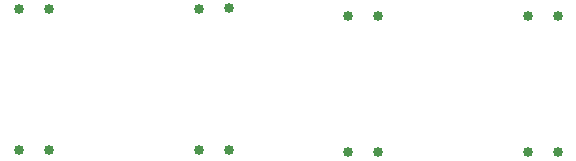
<source format=gtl>
%MOIN*%
%OFA0B0*%
%FSLAX46Y46*%
%IPPOS*%
%LPD*%
%ADD10C,0.033464566929133861*%
%ADD21C,0.033464566929133861*%
%ADD22C,0.033464566929133861*%
%ADD23C,0.033464566929133861*%
G01*
D10*
X-0004370078Y0004409448D02*
X0001397421Y0003105948D03*
X0000797421Y0003105448D03*
X0001297421Y0003105448D03*
X0000697421Y0003105448D03*
G04 next file*
G04 #@! TF.GenerationSoftware,KiCad,Pcbnew,(5.1.12)-1*
G04 #@! TF.CreationDate,2022-03-29T21:33:58+08:00*
G04 #@! TF.ProjectId,Nozzle,4e6f7a7a-6c65-42e6-9b69-6361645f7063,Gen3.1b*
G04 #@! TF.SameCoordinates,Original*
G04 #@! TF.FileFunction,Copper,L1,Top*
G04 #@! TF.FilePolarity,Positive*
G04 Gerber Fmt 4.6, Leading zero omitted, Abs format (unit mm)*
G04 Created by KiCad (PCBNEW (5.1.12)-1) date 2022-03-29 21:33:58*
G01*
G04 APERTURE LIST*
G04 #@! TA.AperFunction,ComponentPad*
G04 #@! TD*
G04 APERTURE END LIST*
D21*
X-0004370078Y0004881889D02*
X0001397421Y0003578389D03*
X0000797421Y0003577889D03*
X0001297421Y0003577889D03*
X0000697421Y0003577889D03*
G04 next file*
G04 #@! TF.GenerationSoftware,KiCad,Pcbnew,(5.1.12)-1*
G04 #@! TF.CreationDate,2022-03-29T21:33:58+08:00*
G04 #@! TF.ProjectId,Nozzle,4e6f7a7a-6c65-42e6-9b69-6361645f7063,Gen3.1b*
G04 #@! TF.SameCoordinates,Original*
G04 #@! TF.FileFunction,Copper,L1,Top*
G04 #@! TF.FilePolarity,Positive*
G04 Gerber Fmt 4.6, Leading zero omitted, Abs format (unit mm)*
G04 Created by KiCad (PCBNEW (5.1.12)-1) date 2022-03-29 21:33:58*
G01*
G04 APERTURE LIST*
G04 #@! TA.AperFunction,ComponentPad*
G04 #@! TD*
G04 APERTURE END LIST*
D22*
X-0003273795Y0004403387D02*
X0002493704Y0003099887D03*
X0001893704Y0003099387D03*
X0002393704Y0003099387D03*
X0001793704Y0003099387D03*
G04 next file*
G04 #@! TF.GenerationSoftware,KiCad,Pcbnew,(5.1.12)-1*
G04 #@! TF.CreationDate,2022-03-29T21:33:58+08:00*
G04 #@! TF.ProjectId,Nozzle,4e6f7a7a-6c65-42e6-9b69-6361645f7063,Gen3.1b*
G04 #@! TF.SameCoordinates,Original*
G04 #@! TF.FileFunction,Copper,L1,Top*
G04 #@! TF.FilePolarity,Positive*
G04 Gerber Fmt 4.6, Leading zero omitted, Abs format (unit mm)*
G04 Created by KiCad (PCBNEW (5.1.12)-1) date 2022-03-29 21:33:58*
G01*
G04 APERTURE LIST*
G04 #@! TA.AperFunction,ComponentPad*
G04 #@! TD*
G04 APERTURE END LIST*
D23*
X-0003273795Y0004857717D02*
X0002493704Y0003554217D03*
X0001893704Y0003553717D03*
X0002393704Y0003553717D03*
X0001793704Y0003553717D03*
M02*
</source>
